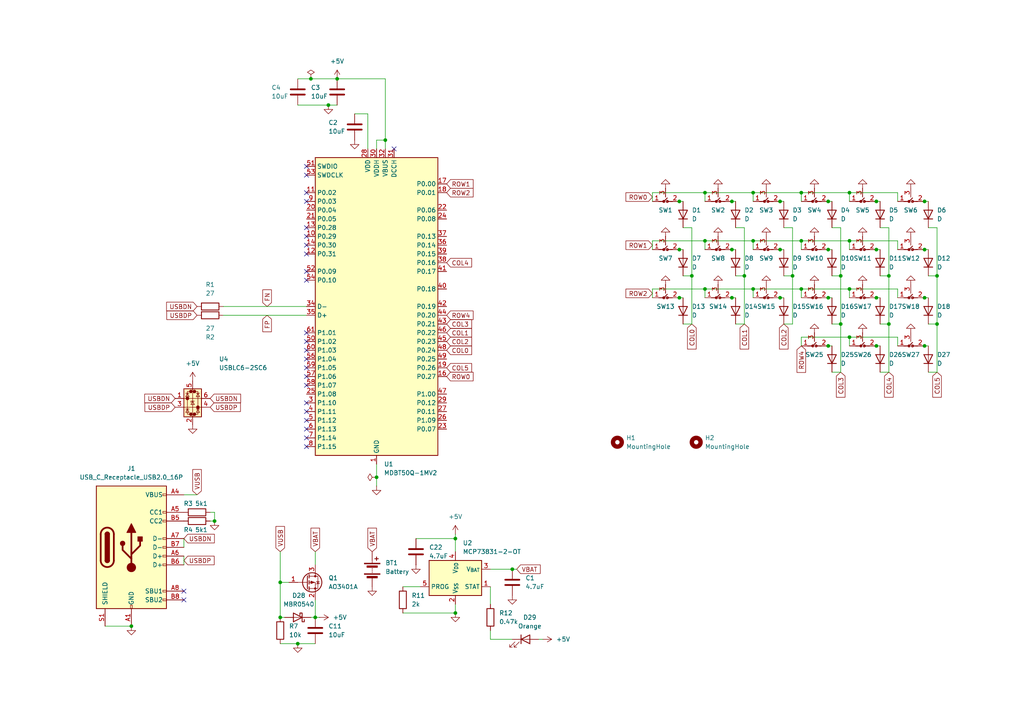
<source format=kicad_sch>
(kicad_sch (version 20250114) (generator "eeschema") (generator_version "9.0")
  (paper "A4")
  (junction (at 90.17 22.86))
  (junction (at 111.76 40.64))
  (junction (at 246.38 69.85))
  (junction (at 197.04 86.36))
  (junction (at 257.81 80.01))
  (junction (at 212.28 58.42))
  (junction (at 204.47 55.88))
  (junction (at 215.9 80.01))
  (junction (at 132.08 156.21))
  (junction (at 97.79 22.86))
  (junction (at 204.47 83.82))
  (junction (at 243.84 80.01))
  (junction (at 254.19 58.42))
  (junction (at 271.78 80.01))
  (junction (at 218.44 69.85))
  (junction (at 132.08 177.8))
  (junction (at 81.28 179.07))
  (junction (at 268.16 58.42))
  (junction (at 197.04 58.42))
  (junction (at 268.16 72.39))
  (junction (at 254.19 72.39))
  (junction (at 62.23 151.13))
  (junction (at 268.16 86.36))
  (junction (at 246.38 97.79))
  (junction (at 218.44 83.82))
  (junction (at 232.41 69.85))
  (junction (at 240.22 58.42))
  (junction (at 240.22 86.36))
  (junction (at 240.22 100.33))
  (junction (at 232.41 55.88))
  (junction (at 271.78 93.98))
  (junction (at 254.19 86.36))
  (junction (at 218.44 55.88))
  (junction (at 246.38 83.82))
  (junction (at 204.47 69.85))
  (junction (at 268.16 100.33))
  (junction (at 197.04 72.39))
  (junction (at 81.28 168.91))
  (junction (at 232.41 83.82))
  (junction (at 91.44 179.07))
  (junction (at 148.59 165.1))
  (junction (at 246.38 55.88))
  (junction (at 240.22 72.39))
  (junction (at 243.84 93.98))
  (junction (at 226.25 58.42))
  (junction (at 257.81 93.98))
  (junction (at 254.19 100.33))
  (junction (at 200.66 80.01))
  (junction (at 212.28 72.39))
  (junction (at 229.87 80.01))
  (junction (at 109.22 138.43))
  (junction (at 38.1 181.61))
  (junction (at 226.25 86.36))
  (junction (at 95.25 30.48))
  (junction (at 212.28 86.36))
  (junction (at 86.36 186.69))
  (junction (at 226.25 72.39))
  (no_connect (at 88.9 55.88))
  (no_connect (at 53.34 171.45))
  (no_connect (at 53.34 173.99))
  (no_connect (at 88.9 124.46))
  (no_connect (at 88.9 106.68))
  (no_connect (at 88.9 66.04))
  (no_connect (at 88.9 111.76))
  (no_connect (at 88.9 73.66))
  (no_connect (at 88.9 104.14))
  (no_connect (at 88.9 48.26))
  (no_connect (at 88.9 109.22))
  (no_connect (at 88.9 50.8))
  (no_connect (at 88.9 119.38))
  (no_connect (at 88.9 116.84))
  (no_connect (at 88.9 121.92))
  (no_connect (at 88.9 101.6))
  (no_connect (at 88.9 81.28))
  (no_connect (at 88.9 71.12))
  (no_connect (at 88.9 127))
  (no_connect (at 114.3 43.18))
  (no_connect (at 88.9 78.74))
  (no_connect (at 88.9 68.58))
  (no_connect (at 88.9 129.54))
  (no_connect (at 88.9 96.52))
  (no_connect (at 88.9 99.06))
  (no_connect (at 88.9 58.42))
  (wire (pts (xy 246.38 55.88) (xy 246.38 58.42)))
  (wire (pts (xy 257.81 93.98) (xy 255.27 93.98)))
  (wire (pts (xy 227.33 93.98) (xy 229.87 93.98)))
  (wire (pts (xy 218.44 69.85) (xy 218.44 72.39)))
  (wire (pts (xy 243.84 93.98) (xy 241.3 93.98)))
  (wire (pts (xy 243.84 93.98) (xy 243.84 107.95)))
  (wire (pts (xy 204.47 55.88) (xy 204.47 58.42)))
  (wire (pts (xy 240.22 100.33) (xy 241.3 100.33)))
  (wire (pts (xy 240.22 58.42) (xy 241.3 58.42)))
  (wire (pts (xy 240.03 72.39) (xy 240.22 72.39)))
  (wire (pts (xy 240.03 86.36) (xy 240.22 86.36)))
  (wire (pts (xy 255.27 66.04) (xy 257.81 66.04)))
  (wire (pts (xy 109.22 138.43) (xy 109.22 134.62)))
  (wire (pts (xy 260.35 97.79) (xy 260.35 100.33)))
  (wire (pts (xy 232.41 97.79) (xy 246.38 97.79)))
  (wire (pts (xy 267.97 58.42) (xy 268.16 58.42)))
  (wire (pts (xy 30.48 181.61) (xy 38.1 181.61)))
  (wire (pts (xy 213.36 80.01) (xy 215.9 80.01)))
  (wire (pts (xy 240.22 86.36) (xy 241.3 86.36)))
  (wire (pts (xy 232.41 55.88) (xy 246.38 55.88)))
  (wire (pts (xy 142.24 170.18) (xy 142.24 175.26)))
  (wire (pts (xy 254.19 86.36) (xy 255.27 86.36)))
  (wire (pts (xy 204.47 69.85) (xy 204.47 72.39)))
  (wire (pts (xy 269.24 93.98) (xy 271.78 93.98)))
  (wire (pts (xy 200.66 80.01) (xy 198.12 80.01)))
  (wire (pts (xy 243.84 107.95) (xy 241.3 107.95)))
  (wire (pts (xy 254.19 100.33) (xy 255.27 100.33)))
  (wire (pts (xy 232.41 83.82) (xy 246.38 83.82)))
  (wire (pts (xy 64.77 88.9) (xy 88.9 88.9)))
  (wire (pts (xy 218.44 69.85) (xy 232.41 69.85)))
  (wire (pts (xy 81.28 160.02) (xy 81.28 168.91)))
  (wire (pts (xy 229.87 66.04) (xy 227.33 66.04)))
  (wire (pts (xy 260.35 55.88) (xy 260.35 58.42)))
  (wire (pts (xy 189.23 69.85) (xy 204.47 69.85)))
  (wire (pts (xy 226.25 86.36) (xy 227.33 86.36)))
  (wire (pts (xy 218.44 83.82) (xy 218.44 86.36)))
  (wire (pts (xy 218.44 83.82) (xy 232.41 83.82)))
  (wire (pts (xy 132.08 156.21) (xy 132.08 160.02)))
  (wire (pts (xy 197.04 86.36) (xy 198.12 86.36)))
  (wire (pts (xy 268.16 100.33) (xy 269.24 100.33)))
  (wire (pts (xy 218.44 55.88) (xy 232.41 55.88)))
  (wire (pts (xy 189.23 55.88) (xy 204.47 55.88)))
  (wire (pts (xy 142.24 185.42) (xy 148.59 185.42)))
  (wire (pts (xy 246.38 69.85) (xy 246.38 72.39)))
  (wire (pts (xy 232.41 69.85) (xy 232.41 72.39)))
  (wire (pts (xy 269.24 80.01) (xy 271.78 80.01)))
  (wire (pts (xy 64.77 91.44) (xy 88.9 91.44)))
  (wire (pts (xy 86.36 30.48) (xy 95.25 30.48)))
  (wire (pts (xy 243.84 66.04) (xy 243.84 80.01)))
  (wire (pts (xy 215.9 66.04) (xy 215.9 80.01)))
  (wire (pts (xy 109.22 140.97) (xy 109.22 138.43)))
  (wire (pts (xy 215.9 80.01) (xy 215.9 93.98)))
  (wire (pts (xy 53.34 161.29) (xy 53.34 163.83)))
  (wire (pts (xy 240.03 58.42) (xy 240.22 58.42)))
  (wire (pts (xy 254 72.39) (xy 254.19 72.39)))
  (wire (pts (xy 212.09 86.36) (xy 212.28 86.36)))
  (wire (pts (xy 271.78 93.98) (xy 271.78 107.95)))
  (wire (pts (xy 111.76 22.86) (xy 111.76 40.64)))
  (wire (pts (xy 267.97 72.39) (xy 268.16 72.39)))
  (wire (pts (xy 200.66 93.98) (xy 198.12 93.98)))
  (wire (pts (xy 212.28 86.36) (xy 213.36 86.36)))
  (wire (pts (xy 97.79 22.86) (xy 111.76 22.86)))
  (wire (pts (xy 132.08 177.8) (xy 132.08 175.26)))
  (wire (pts (xy 106.68 33.02) (xy 102.87 33.02)))
  (wire (pts (xy 246.38 97.79) (xy 260.35 97.79)))
  (wire (pts (xy 271.78 107.95) (xy 269.24 107.95)))
  (wire (pts (xy 240.03 100.33) (xy 240.22 100.33)))
  (wire (pts (xy 197.04 58.42) (xy 198.12 58.42)))
  (wire (pts (xy 111.76 40.64) (xy 111.76 43.18)))
  (wire (pts (xy 197.04 72.39) (xy 198.12 72.39)))
  (wire (pts (xy 268.16 58.42) (xy 269.24 58.42)))
  (wire (pts (xy 268.16 86.36) (xy 269.24 86.36)))
  (wire (pts (xy 226.06 72.39) (xy 226.25 72.39)))
  (wire (pts (xy 260.35 83.82) (xy 260.35 86.36)))
  (wire (pts (xy 246.38 83.82) (xy 260.35 83.82)))
  (wire (pts (xy 243.84 80.01) (xy 241.3 80.01)))
  (wire (pts (xy 62.23 151.13) (xy 60.96 151.13)))
  (wire (pts (xy 189.23 58.42) (xy 189.23 55.88)))
  (wire (pts (xy 148.59 165.1) (xy 149.86 165.1)))
  (wire (pts (xy 271.78 66.04) (xy 271.78 80.01)))
  (wire (pts (xy 212.09 58.42) (xy 212.28 58.42)))
  (wire (pts (xy 226.06 58.42) (xy 226.25 58.42)))
  (wire (pts (xy 91.44 173.99) (xy 91.44 179.07)))
  (wire (pts (xy 132.08 154.94) (xy 132.08 156.21)))
  (wire (pts (xy 196.85 72.39) (xy 197.04 72.39)))
  (wire (pts (xy 232.41 69.85) (xy 246.38 69.85)))
  (wire (pts (xy 142.24 182.88) (xy 142.24 185.42)))
  (wire (pts (xy 255.27 80.01) (xy 257.81 80.01)))
  (wire (pts (xy 212.28 72.39) (xy 213.36 72.39)))
  (wire (pts (xy 196.85 58.42) (xy 197.04 58.42)))
  (wire (pts (xy 257.81 93.98) (xy 257.81 107.95)))
  (wire (pts (xy 229.87 93.98) (xy 229.87 80.01)))
  (wire (pts (xy 62.23 148.59) (xy 62.23 151.13)))
  (wire (pts (xy 229.87 80.01) (xy 229.87 66.04)))
  (wire (pts (xy 196.85 86.36) (xy 197.04 86.36)))
  (wire (pts (xy 109.22 40.64) (xy 111.76 40.64)))
  (wire (pts (xy 106.68 43.18) (xy 106.68 33.02)))
  (wire (pts (xy 218.44 55.88) (xy 218.44 58.42)))
  (wire (pts (xy 246.38 55.88) (xy 260.35 55.88)))
  (wire (pts (xy 257.81 80.01) (xy 257.81 93.98)))
  (wire (pts (xy 81.28 168.91) (xy 81.28 179.07)))
  (wire (pts (xy 213.36 93.98) (xy 215.9 93.98)))
  (wire (pts (xy 116.84 177.8) (xy 132.08 177.8)))
  (wire (pts (xy 189.23 72.39) (xy 189.23 69.85)))
  (wire (pts (xy 254 86.36) (xy 254.19 86.36)))
  (wire (pts (xy 226.25 72.39) (xy 227.33 72.39)))
  (wire (pts (xy 60.96 148.59) (xy 62.23 148.59)))
  (wire (pts (xy 57.15 143.51) (xy 53.34 143.51)))
  (wire (pts (xy 246.38 97.79) (xy 246.38 100.33)))
  (wire (pts (xy 254.19 58.42) (xy 255.27 58.42)))
  (wire (pts (xy 91.44 160.02) (xy 91.44 163.83)))
  (wire (pts (xy 204.47 69.85) (xy 218.44 69.85)))
  (wire (pts (xy 92.71 179.07) (xy 91.44 179.07)))
  (wire (pts (xy 116.84 170.18) (xy 121.92 170.18)))
  (wire (pts (xy 229.87 80.01) (xy 227.33 80.01)))
  (wire (pts (xy 200.66 80.01) (xy 200.66 93.98)))
  (wire (pts (xy 120.65 156.21) (xy 132.08 156.21)))
  (wire (pts (xy 243.84 80.01) (xy 243.84 93.98)))
  (wire (pts (xy 246.38 83.82) (xy 246.38 86.36)))
  (wire (pts (xy 90.17 22.86) (xy 97.79 22.86)))
  (wire (pts (xy 226.06 86.36) (xy 226.25 86.36)))
  (wire (pts (xy 198.12 66.04) (xy 200.66 66.04)))
  (wire (pts (xy 257.81 66.04) (xy 257.81 80.01)))
  (wire (pts (xy 241.3 66.04) (xy 243.84 66.04)))
  (wire (pts (xy 213.36 66.04) (xy 215.9 66.04)))
  (wire (pts (xy 86.36 186.69) (xy 91.44 186.69)))
  (wire (pts (xy 204.47 83.82) (xy 204.47 86.36)))
  (wire (pts (xy 232.41 55.88) (xy 232.41 58.42)))
  (wire (pts (xy 81.28 186.69) (xy 86.36 186.69)))
  (wire (pts (xy 269.24 66.04) (xy 271.78 66.04)))
  (wire (pts (xy 142.24 165.1) (xy 148.59 165.1)))
  (wire (pts (xy 246.38 69.85) (xy 260.35 69.85)))
  (wire (pts (xy 226.25 58.42) (xy 227.33 58.42)))
  (wire (pts (xy 95.25 30.48) (xy 97.79 30.48)))
  (wire (pts (xy 109.22 40.64) (xy 109.22 43.18)))
  (wire (pts (xy 189.23 86.36) (xy 189.23 83.82)))
  (wire (pts (xy 212.28 58.42) (xy 213.36 58.42)))
  (wire (pts (xy 86.36 22.86) (xy 90.17 22.86)))
  (wire (pts (xy 157.48 185.42) (xy 156.21 185.42)))
  (wire (pts (xy 232.41 83.82) (xy 232.41 86.36)))
  (wire (pts (xy 257.81 107.95) (xy 255.27 107.95)))
  (wire (pts (xy 271.78 80.01) (xy 271.78 93.98)))
  (wire (pts (xy 212.09 72.39) (xy 212.28 72.39)))
  (wire (pts (xy 260.35 69.85) (xy 260.35 72.39)))
  (wire (pts (xy 204.47 83.82) (xy 218.44 83.82)))
  (wire (pts (xy 254.19 72.39) (xy 255.27 72.39)))
  (wire (pts (xy 232.41 97.79) (xy 232.41 100.33)))
  (wire (pts (xy 254 58.42) (xy 254.19 58.42)))
  (wire (pts (xy 91.44 179.07) (xy 90.17 179.07)))
  (wire (pts (xy 53.34 156.21) (xy 53.34 158.75)))
  (wire (pts (xy 81.28 168.91) (xy 83.82 168.91)))
  (wire (pts (xy 204.47 55.88) (xy 218.44 55.88)))
  (wire (pts (xy 200.66 66.04) (xy 200.66 80.01)))
  (wire (pts (xy 81.28 179.07) (xy 82.55 179.07)))
  (wire (pts (xy 267.97 100.33) (xy 268.16 100.33)))
  (wire (pts (xy 267.97 86.36) (xy 268.16 86.36)))
  (wire (pts (xy 254 100.33) (xy 254.19 100.33)))
  (wire (pts (xy 189.23 83.82) (xy 204.47 83.82)))
  (wire (pts (xy 240.22 72.39) (xy 241.3 72.39)))
  (wire (pts (xy 268.16 72.39) (xy 269.24 72.39)))
  (global_label "USBDN" (shape input) (at 60.96 115.57 0) (property "Intersheetrefs" "${INTERSHEET_REFS}" (effects (hide yes))))
  (global_label "ROW2" (shape input) (at 189.23 85.09 180) (property "Intersheetrefs" "${INTERSHEET_REFS}" (effects (hide yes))))
  (global_label "COL4" (shape input) (at 129.54 76.2 0) (property "Intersheetrefs" "${INTERSHEET_REFS}" (effects (hide yes))))
  (global_label "USBDP" (shape input) (at 50.8 118.11 180) (property "Intersheetrefs" "${INTERSHEET_REFS}" (effects (hide yes))))
  (global_label "COL5" (shape input) (at 271.78 107.95 270) (property "Intersheetrefs" "${INTERSHEET_REFS}" (effects (hide yes))))
  (global_label "COL0" (shape input) (at 200.66 93.98 270) (property "Intersheetrefs" "${INTERSHEET_REFS}" (effects (hide yes))))
  (global_label "COL0" (shape input) (at 129.54 101.6 0) (property "Intersheetrefs" "${INTERSHEET_REFS}" (effects (hide yes))))
  (global_label "USBDN" (shape input) (at 57.15 88.9 180) (property "Intersheetrefs" "${INTERSHEET_REFS}" (effects (hide yes))))
  (global_label "VBAT" (shape input) (at 149.86 165.1 0) (property "Intersheetrefs" "${INTERSHEET_REFS}" (effects (hide yes))))
  (global_label "COL1" (shape input) (at 215.9 93.98 270) (property "Intersheetrefs" "${INTERSHEET_REFS}" (effects (hide yes))))
  (global_label "ROW4" (shape input) (at 232.41 100.33 270) (property "Intersheetrefs" "${INTERSHEET_REFS}" (effects (hide yes))))
  (global_label "FN" (shape input) (at 77.47 88.9 90) (property "Intersheetrefs" "${INTERSHEET_REFS}" (effects (hide yes))))
  (global_label "COL1" (shape input) (at 129.54 96.52 0) (property "Intersheetrefs" "${INTERSHEET_REFS}" (effects (hide yes))))
  (global_label "VBAT" (shape input) (at 91.44 160.02 90) (property "Intersheetrefs" "${INTERSHEET_REFS}" (effects (hide yes))))
  (global_label "USBDP" (shape input) (at 53.34 162.56 0) (property "Intersheetrefs" "${INTERSHEET_REFS}" (effects (hide yes))))
  (global_label "COL5" (shape input) (at 129.54 106.68 0) (property "Intersheetrefs" "${INTERSHEET_REFS}" (effects (hide yes))))
  (global_label "USBDN" (shape input) (at 50.8 115.57 180) (property "Intersheetrefs" "${INTERSHEET_REFS}" (effects (hide yes))))
  (global_label "ROW0" (shape input) (at 189.23 57.15 180) (property "Intersheetrefs" "${INTERSHEET_REFS}" (effects (hide yes))))
  (global_label "COL4" (shape input) (at 257.81 107.95 270) (property "Intersheetrefs" "${INTERSHEET_REFS}" (effects (hide yes))))
  (global_label "COL2" (shape input) (at 227.33 93.98 270) (property "Intersheetrefs" "${INTERSHEET_REFS}" (effects (hide yes))))
  (global_label "FP" (shape input) (at 77.47 91.44 270) (property "Intersheetrefs" "${INTERSHEET_REFS}" (effects (hide yes))))
  (global_label "ROW1" (shape input) (at 129.54 53.34 0) (property "Intersheetrefs" "${INTERSHEET_REFS}" (effects (hide yes))))
  (global_label "VUSB" (shape input) (at 57.15 143.51 90) (property "Intersheetrefs" "${INTERSHEET_REFS}" (effects (hide yes))))
  (global_label "COL3" (shape input) (at 129.54 93.98 0) (property "Intersheetrefs" "${INTERSHEET_REFS}" (effects (hide yes))))
  (global_label "USBDN" (shape input) (at 53.34 156.21 0) (property "Intersheetrefs" "${INTERSHEET_REFS}" (effects (hide yes))))
  (global_label "COL3" (shape input) (at 243.84 107.95 270) (property "Intersheetrefs" "${INTERSHEET_REFS}" (effects (hide yes))))
  (global_label "VBAT" (shape input) (at 107.95 160.02 90) (property "Intersheetrefs" "${INTERSHEET_REFS}" (effects (hide yes))))
  (global_label "VUSB" (shape input) (at 81.28 160.02 90) (property "Intersheetrefs" "${INTERSHEET_REFS}" (effects (hide yes))))
  (global_label "ROW0" (shape input) (at 129.54 109.22 0) (property "Intersheetrefs" "${INTERSHEET_REFS}" (effects (hide yes))))
  (global_label "USBDP" (shape input) (at 57.15 91.44 180) (property "Intersheetrefs" "${INTERSHEET_REFS}" (effects (hide yes))))
  (global_label "COL2" (shape input) (at 129.54 99.06 0) (property "Intersheetrefs" "${INTERSHEET_REFS}" (effects (hide yes))))
  (global_label "USBDP" (shape input) (at 60.96 118.11 0) (property "Intersheetrefs" "${INTERSHEET_REFS}" (effects (hide yes))))
  (global_label "ROW1" (shape input) (at 189.23 71.12 180) (property "Intersheetrefs" "${INTERSHEET_REFS}" (effects (hide yes))))
  (global_label "ROW4" (shape input) (at 129.54 91.44 0) (property "Intersheetrefs" "${INTERSHEET_REFS}" (effects (hide yes))))
  (global_label "ROW2" (shape input) (at 129.54 55.88 0) (property "Intersheetrefs" "${INTERSHEET_REFS}" (effects (hide yes))))
  (symbol (lib_id "Device:Battery") (at 107.95 165.1 0) (unit 1)
    (property "Reference" "BT1" (at 111.76 163.2584 0) (effects (justify left)))
    (property "Value" "Battery" (at 111.76 165.7984 0) (effects (justify left)))
    (property "Footprint" "Connector_JST:JST_PH_S2B-PH-K_1x02_P2.00mm_Horizontal" (effects (hide yes)))
    (property "Description" "Multiple-cell battery" (effects (hide yes)))
  )
  (symbol (lib_id "Connector:USB_C_Receptacle_USB2.0_16P") (at 38.1 158.75 0) (unit 1)
    (property "Reference" "J1" (at 38.1 135.89 0))
    (property "Value" "USB_C_Receptacle_USB2.0_16P" (at 38.1 138.43 0))
    (property "Footprint" "Connector_USB:USB_C_Receptacle_G-Switch_GT-USB-7010ASV" (effects (hide yes)))
    (property "Datasheet" "https://www.usb.org/sites/default/files/documents/usb_type-c.zip" (effects (hide yes)))
    (property "Description" "USB 2.0-only 16P Type-C Receptacle connector" (effects (hide yes)))
    (property "LCSC" "C67380" (effects (hide yes)))
  )
  (symbol (lib_id "Device:D") (at 213.36 62.23 90) (unit 1)
    (property "Reference" "D2" (at 215.9 60.9599 90) (effects (justify right)))
    (property "Value" "D" (at 215.9 63.4999 90) (effects (justify right)))
    (property "Footprint" "ScottoKeebs_Components:Diode_SOD-123" (effects (hide yes)))
    (property "Description" "Diode" (effects (hide yes)))
    (property "Sim.Device" "D" (effects (hide yes)))
    (property "Sim.Pins" "1=K 2=A" (effects (hide yes)))
    (property "LCSC" "C81598" (effects (hide yes)))
  )
  (symbol (lib_id "PG1316:SW_Push_3pin_GND") (at 193.04 86.36 0) (unit 1)
    (property "Reference" "SW13" (at 193.04 88.9 0))
    (property "Value" "SW_Push_3pin_GND" (effects (hide yes)))
    (property "Footprint" "PG1316S:CPG1316S01D02_kailhspecsheet_mikefive" (effects (hide yes)))
  )
  (symbol (lib_id "power:PWR_FLAG") (at 90.17 22.86 0) (unit 1)
    (property "Reference" "#FLG01" (effects (hide yes)))
    (property "Value" "PWR_FLAG" (effects (hide yes)))
    (property "Description" "Special symbol for telling ERC where power comes from" (effects (hide yes)))
  )
  (symbol (lib_id "Device:D") (at 198.12 62.23 90) (unit 1)
    (property "Reference" "D1" (at 200.66 60.9599 90) (effects (justify right)))
    (property "Value" "D" (at 200.66 63.4999 90) (effects (justify right)))
    (property "Footprint" "ScottoKeebs_Components:Diode_SOD-123" (effects (hide yes)))
    (property "Description" "Diode" (effects (hide yes)))
    (property "Sim.Device" "D" (effects (hide yes)))
    (property "Sim.Pins" "1=K 2=A" (effects (hide yes)))
    (property "LCSC" "C81598" (effects (hide yes)))
  )
  (symbol (lib_id "power:GND") (at 132.08 177.8 0) (unit 1)
    (property "Reference" "#PWR045" (effects (hide yes)))
    (property "Value" "GND" (effects (hide yes)))
    (property "Description" "Power symbol creates a global label with name \"GND\" , ground" (effects (hide yes)))
  )
  (symbol (lib_id "Device:R") (at 57.15 148.59 270) (unit 1)
    (property "Reference" "R3" (at 54.61 146.05 90))
    (property "Value" "5k1" (at 58.42 146.05 90))
    (property "Footprint" "Resistor_SMD:R_0603_1608Metric" (effects (hide yes)))
    (property "Description" "Resistor" (effects (hide yes)))
    (property "LCSC" "C23186" (effects (hide yes)))
  )
  (symbol (lib_id "PG1316:SW_Push_3pin_GND") (at 222.25 58.42 0) (unit 1)
    (property "Reference" "SW3" (at 222.25 60.96 0))
    (property "Value" "SW_Push_3pin_GND" (effects (hide yes)))
    (property "Footprint" "PG1316S:CPG1316S01D02_kailhspecsheet_mikefive" (effects (hide yes)))
  )
  (symbol (lib_id "Device:C") (at 91.44 182.88 0) (unit 1)
    (property "Reference" "C11" (at 95.25 181.6099 0) (effects (justify left)))
    (property "Value" "10uF" (at 95.25 184.1499 0) (effects (justify left)))
    (property "Footprint" "Capacitor_SMD:C_0603_1608Metric" (effects (hide yes)))
    (property "Description" "Unpolarized capacitor" (effects (hide yes)))
    (property "LCSC" "C19702" (effects (hide yes)))
  )
  (symbol (lib_id "power:GND") (at 222.25 82.55 180) (unit 1)
    (property "Reference" "#PWR017" (effects (hide yes)))
    (property "Value" "GND" (effects (hide yes)))
    (property "Description" "Power symbol creates a global label with name \"GND\" , ground" (effects (hide yes)))
  )
  (symbol (lib_id "power:+5V") (at 92.71 179.07 270) (unit 1)
    (property "Reference" "#PWR036" (effects (hide yes)))
    (property "Value" "+5V" (at 96.52 179.0699 90) (effects (justify left)))
    (property "Description" "Power symbol creates a global label with name \"+5V\"" (effects (hide yes)))
  )
  (symbol (lib_id "PG1316:SW_Push_3pin_GND") (at 236.22 86.36 0) (unit 1)
    (property "Reference" "SW16" (at 236.22 88.9 0))
    (property "Value" "SW_Push_3pin_GND" (effects (hide yes)))
    (property "Footprint" "PG1316S:CPG1316S01D02_kailhspecsheet_mikefive" (effects (hide yes)))
  )
  (symbol (lib_id "power:GND") (at 264.16 68.58 180) (unit 1)
    (property "Reference" "#PWR014" (effects (hide yes)))
    (property "Value" "GND" (effects (hide yes)))
    (property "Description" "Power symbol creates a global label with name \"GND\" , ground" (effects (hide yes)))
  )
  (symbol (lib_id "Device:R") (at 81.28 182.88 0) (unit 1)
    (property "Reference" "R7" (at 83.82 181.6099 0) (effects (justify left)))
    (property "Value" "10k" (at 83.82 184.1499 0) (effects (justify left)))
    (property "Footprint" "Resistor_SMD:R_0603_1608Metric" (effects (hide yes)))
    (property "Description" "Resistor" (effects (hide yes)))
    (property "LCSC" "C25804" (effects (hide yes)))
  )
  (symbol (lib_id "Diode:MBR0540") (at 86.36 179.07 180) (unit 1)
    (property "Reference" "D28" (at 86.6775 172.72 0))
    (property "Value" "MBR0540" (at 86.6775 175.26 0))
    (property "Footprint" "Diode_SMD:D_SOD-123" (effects (hide yes)))
    (property "Datasheet" "http://www.mccsemi.com/up_pdf/MBR0520~MBR0580(SOD123).pdf" (effects (hide yes)))
    (property "Description" "40V 0.5A Schottky Power Rectifier Diode, SOD-123" (effects (hide yes)))
    (property "LCSC" "C77337" (effects (hide yes)))
  )
  (symbol (lib_id "power:GND") (at 38.1 181.61 0) (unit 1)
    (property "Reference" "#PWR01" (effects (hide yes)))
    (property "Value" "GND" (effects (hide yes)))
    (property "Description" "Power symbol creates a global label with name \"GND\" , ground" (effects (hide yes)))
  )
  (symbol (lib_name "LED_1") (lib_id "Device:LED") (at 152.4 185.42 0) (unit 1)
    (property "Reference" "D29" (at 153.67 179.07 0))
    (property "Value" "Orange" (at 153.67 181.61 0))
    (property "Footprint" "LED_SMD:LED_0805_2012Metric" (effects (hide yes)))
    (property "Description" "Light emitting diode" (effects (hide yes)))
    (property "Sim.Pins" "1=K 2=A" (effects (hide yes)))
    (property "LCSC" "C434437" (effects (hide yes)))
  )
  (symbol (lib_id "Battery_Management:MCP73831-2-OT") (at 132.08 167.64 0) (unit 1)
    (property "Reference" "U2" (at 134.2233 157.48 0) (effects (justify left)))
    (property "Value" "MCP73831-2-OT" (at 134.2233 160.02 0) (effects (justify left)))
    (property "Footprint" "Package_TO_SOT_SMD:SOT-23-5" (effects (hide yes)))
    (property "Datasheet" "http://ww1.microchip.com/downloads/en/DeviceDoc/20001984g.pdf" (effects (hide yes)))
    (property "Description" "Single cell, Li-Ion/Li-Po charge management controller, 4.20V, Tri-State Status Output, in SOT23-5 package" (effects (hide yes)))
    (property "LCSC" "C14879" (effects (hide yes)))
  )
  (symbol (lib_id "power:+5V") (at 132.08 154.94 0) (unit 1)
    (property "Reference" "#PWR046" (effects (hide yes)))
    (property "Value" "+5V" (at 132.08 149.86 0))
    (property "Description" "Power symbol creates a global label with name \"+5V\"" (effects (hide yes)))
  )
  (symbol (lib_id "power:GND") (at 193.04 54.61 180) (unit 1)
    (property "Reference" "#PWR03" (effects (hide yes)))
    (property "Value" "GND" (effects (hide yes)))
    (property "Description" "Power symbol creates a global label with name \"GND\" , ground" (effects (hide yes)))
  )
  (symbol (lib_id "PG1316:SW_Push_3pin_GND") (at 264.16 72.39 0) (unit 1)
    (property "Reference" "SW12" (at 264.16 74.93 0))
    (property "Value" "SW_Push_3pin_GND" (effects (hide yes)))
    (property "Footprint" "PG1316S:CPG1316S01D02_kailhspecsheet_mikefive" (effects (hide yes)))
  )
  (symbol (lib_id "PG1316:SW_Push_3pin_GND") (at 236.22 72.39 0) (unit 1)
    (property "Reference" "SW10" (at 236.22 74.93 0))
    (property "Value" "SW_Push_3pin_GND" (effects (hide yes)))
    (property "Footprint" "PG1316S:CPG1316S01D02_kailhspecsheet_mikefive" (effects (hide yes)))
  )
  (symbol (lib_id "Device:R") (at 60.96 91.44 90) (unit 1)
    (property "Reference" "R2" (at 60.96 97.79 90))
    (property "Value" "27" (at 60.96 95.25 90))
    (property "Footprint" "Resistor_SMD:R_0402_1005Metric" (effects (hide yes)))
    (property "Description" "Resistor" (effects (hide yes)))
    (property "LCSC" "C25100" (effects (hide yes)))
  )
  (symbol (lib_id "power:GND") (at 236.22 82.55 180) (unit 1)
    (property "Reference" "#PWR018" (effects (hide yes)))
    (property "Value" "GND" (effects (hide yes)))
    (property "Description" "Power symbol creates a global label with name \"GND\" , ground" (effects (hide yes)))
  )
  (symbol (lib_id "power:GND") (at 236.22 68.58 180) (unit 1)
    (property "Reference" "#PWR012" (effects (hide yes)))
    (property "Value" "GND" (effects (hide yes)))
    (property "Description" "Power symbol creates a global label with name \"GND\" , ground" (effects (hide yes)))
  )
  (symbol (lib_id "power:GND") (at 62.23 151.13 0) (unit 1)
    (property "Reference" "#PWR02" (effects (hide yes)))
    (property "Value" "GND" (effects (hide yes)))
    (property "Description" "Power symbol creates a global label with name \"GND\" , ground" (effects (hide yes)))
  )
  (symbol (lib_id "RF_Module:MDBT50Q-1MV2") (at 109.22 88.9 0) (unit 1)
    (property "Reference" "U1" (at 111.3633 134.62 0) (effects (justify left)))
    (property "Value" "MDBT50Q-1MV2" (at 111.3633 137.16 0) (effects (justify left)))
    (property "Footprint" "RF_Module:Raytac_MDBT50Q" (effects (hide yes)))
    (property "Datasheet" "https://www.raytac.com/download/index.php?index_id=43" (effects (hide yes)))
    (property "Description" "Multiprotocol BLE/ANT/2.4 GHz/802.15.4 Cortex-M4F SoC, nRF52840 module" (effects (hide yes)))
  )
  (symbol (lib_id "PG1316:SW_Push_3pin_GND") (at 250.19 86.36 0) (unit 1)
    (property "Reference" "SW17" (at 250.19 88.9 0))
    (property "Value" "SW_Push_3pin_GND" (effects (hide yes)))
    (property "Footprint" "PG1316S:CPG1316S01D02_kailhspecsheet_mikefive" (effects (hide yes)))
  )
  (symbol (lib_id "Device:D") (at 227.33 76.2 90) (unit 1)
    (property "Reference" "D9" (at 229.87 74.9299 90) (effects (justify right)))
    (property "Value" "D" (at 229.87 77.4699 90) (effects (justify right)))
    (property "Footprint" "ScottoKeebs_Components:Diode_SOD-123" (effects (hide yes)))
    (property "Description" "Diode" (effects (hide yes)))
    (property "Sim.Device" "D" (effects (hide yes)))
    (property "Sim.Pins" "1=K 2=A" (effects (hide yes)))
    (property "LCSC" "C81598" (effects (hide yes)))
  )
  (symbol (lib_id "Mechanical:MountingHole") (at 201.93 128.27 0) (unit 1) (in_bom no)
    (property "Reference" "H2" (at 204.47 126.9999 0) (effects (justify left)))
    (property "Value" "MountingHole" (at 204.47 129.5399 0) (effects (justify left)))
    (property "Footprint" "MountingHole:MountingHole_2.7mm_M2.5" (effects (hide yes)))
    (property "Description" "Mounting Hole without connection" (effects (hide yes)))
  )
  (symbol (lib_id "Device:D") (at 213.36 76.2 90) (unit 1)
    (property "Reference" "D8" (at 215.9 74.9299 90) (effects (justify right)))
    (property "Value" "D" (at 215.9 77.4699 90) (effects (justify right)))
    (property "Footprint" "ScottoKeebs_Components:Diode_SOD-123" (effects (hide yes)))
    (property "Description" "Diode" (effects (hide yes)))
    (property "Sim.Device" "D" (effects (hide yes)))
    (property "Sim.Pins" "1=K 2=A" (effects (hide yes)))
    (property "LCSC" "C81598" (effects (hide yes)))
  )
  (symbol (lib_id "Device:R") (at 116.84 173.99 0) (unit 1)
    (property "Reference" "R11" (at 119.38 172.7199 0) (effects (justify left)))
    (property "Value" "2k" (at 119.38 175.2599 0) (effects (justify left)))
    (property "Footprint" "Resistor_SMD:R_0603_1608Metric" (effects (hide yes)))
    (property "Description" "Resistor" (effects (hide yes)))
    (property "LCSC" "C22975" (effects (hide yes)))
  )
  (symbol (lib_id "power:GND") (at 120.65 163.83 0) (unit 1)
    (property "Reference" "#PWR052" (effects (hide yes)))
    (property "Value" "GND" (effects (hide yes)))
    (property "Description" "Power symbol creates a global label with name \"GND\" , ground" (effects (hide yes)))
  )
  (symbol (lib_id "PG1316:SW_Push_3pin_GND") (at 193.04 58.42 0) (unit 1)
    (property "Reference" "SW1" (at 193.04 60.96 0))
    (property "Value" "SW_Push_3pin_GND" (effects (hide yes)))
    (property "Footprint" "PG1316S:CPG1316S01D02_kailhspecsheet_mikefive" (effects (hide yes)))
  )
  (symbol (lib_id "power:GND") (at 55.88 123.19 0) (unit 1)
    (property "Reference" "#PWR030" (effects (hide yes)))
    (property "Value" "GND" (effects (hide yes)))
    (property "Description" "Power symbol creates a global label with name \"GND\" , ground" (effects (hide yes)))
  )
  (symbol (lib_id "power:GND") (at 250.19 82.55 180) (unit 1)
    (property "Reference" "#PWR019" (effects (hide yes)))
    (property "Value" "GND" (effects (hide yes)))
    (property "Description" "Power symbol creates a global label with name \"GND\" , ground" (effects (hide yes)))
  )
  (symbol (lib_id "PG1316:SW_Push_3pin_GND") (at 236.22 58.42 0) (unit 1)
    (property "Reference" "SW4" (at 236.22 60.96 0))
    (property "Value" "SW_Push_3pin_GND" (effects (hide yes)))
    (property "Footprint" "PG1316S:CPG1316S01D02_kailhspecsheet_mikefive" (effects (hide yes)))
  )
  (symbol (lib_id "power:GND") (at 264.16 82.55 180) (unit 1)
    (property "Reference" "#PWR020" (effects (hide yes)))
    (property "Value" "GND" (effects (hide yes)))
    (property "Description" "Power symbol creates a global label with name \"GND\" , ground" (effects (hide yes)))
  )
  (symbol (lib_id "PG1316:SW_Push_3pin_GND") (at 264.16 86.36 0) (unit 1)
    (property "Reference" "SW18" (at 264.16 88.9 0))
    (property "Value" "SW_Push_3pin_GND" (effects (hide yes)))
    (property "Footprint" "PG1316S:CPG1316S01D02_kailhspecsheet_mikefive" (effects (hide yes)))
  )
  (symbol (lib_id "power:GND") (at 148.59 172.72 0) (unit 1)
    (property "Reference" "#PWR044" (effects (hide yes)))
    (property "Value" "GND" (effects (hide yes)))
    (property "Description" "Power symbol creates a global label with name \"GND\" , ground" (effects (hide yes)))
  )
  (symbol (lib_id "Device:D") (at 198.12 76.2 90) (unit 1)
    (property "Reference" "D7" (at 200.66 74.9299 90) (effects (justify right)))
    (property "Value" "D" (at 200.66 77.4699 90) (effects (justify right)))
    (property "Footprint" "ScottoKeebs_Components:Diode_SOD-123" (effects (hide yes)))
    (property "Description" "Diode" (effects (hide yes)))
    (property "Sim.Device" "D" (effects (hide yes)))
    (property "Sim.Pins" "1=K 2=A" (effects (hide yes)))
    (property "LCSC" "C81598" (effects (hide yes)))
  )
  (symbol (lib_id "Power_Protection:USBLC6-2SC6") (at 55.88 115.57 0) (unit 1)
    (property "Reference" "U4" (at 63.5 104.14 0) (effects (justify left)))
    (property "Value" "USBLC6-2SC6" (at 63.5 106.68 0) (effects (justify left)))
    (property "Footprint" "Package_TO_SOT_SMD:SOT-23-6" (effects (hide yes)))
    (property "Datasheet" "https://www.st.com/resource/en/datasheet/usblc6-2.pdf" (effects (hide yes)))
    (property "Description" "Very low capacitance ESD protection diode, 2 data-line, SOT-23-6" (effects (hide yes)))
    (property "LCSC" "C5180249" (effects (hide yes)))
  )
  (symbol (lib_id "PG1316:SW_Push_3pin_GND") (at 208.28 58.42 0) (unit 1)
    (property "Reference" "SW2" (at 208.28 60.96 0))
    (property "Value" "SW_Push_3pin_GND" (effects (hide yes)))
    (property "Footprint" "PG1316S:CPG1316S01D02_kailhspecsheet_mikefive" (effects (hide yes)))
  )
  (symbol (lib_id "Device:D") (at 255.27 90.17 90) (unit 1)
    (property "Reference" "D17" (at 257.81 88.8999 90) (effects (justify right)))
    (property "Value" "D" (at 257.81 91.4399 90) (effects (justify right)))
    (property "Footprint" "ScottoKeebs_Components:Diode_SOD-123" (effects (hide yes)))
    (property "Description" "Diode" (effects (hide yes)))
    (property "Sim.Device" "D" (effects (hide yes)))
    (property "Sim.Pins" "1=K 2=A" (effects (hide yes)))
    (property "LCSC" "C81598" (effects (hide yes)))
  )
  (symbol (lib_id "Device:D") (at 241.3 76.2 90) (unit 1)
    (property "Reference" "D10" (at 243.84 74.9299 90) (effects (justify right)))
    (property "Value" "D" (at 243.84 77.4699 90) (effects (justify right)))
    (property "Footprint" "ScottoKeebs_Components:Diode_SOD-123" (effects (hide yes)))
    (property "Description" "Diode" (effects (hide yes)))
    (property "Sim.Device" "D" (effects (hide yes)))
    (property "Sim.Pins" "1=K 2=A" (effects (hide yes)))
    (property "LCSC" "C81598" (effects (hide yes)))
  )
  (symbol (lib_id "PG1316:SW_Push_3pin_GND") (at 236.22 100.33 0) (unit 1)
    (property "Reference" "SW25" (at 236.22 102.87 0))
    (property "Value" "SW_Push_3pin_GND" (effects (hide yes)))
    (property "Footprint" "PG1316S:CPG1316S01D02_kailhspecsheet_mikefive" (effects (hide yes)))
  )
  (symbol (lib_id "Device:C") (at 102.87 36.83 0) (unit 1)
    (property "Reference" "C2" (at 95.25 35.56 0) (effects (justify left)))
    (property "Value" "10uF" (at 95.25 38.1 0) (effects (justify left)))
    (property "Footprint" "Capacitor_SMD:C_0603_1608Metric" (effects (hide yes)))
    (property "Description" "Unpolarized capacitor" (effects (hide yes)))
    (property "LCSC" "C19702" (effects (hide yes)))
  )
  (symbol (lib_id "power:GND") (at 250.19 96.52 180) (unit 1)
    (property "Reference" "#PWR033" (effects (hide yes)))
    (property "Value" "GND" (effects (hide yes)))
    (property "Description" "Power symbol creates a global label with name \"GND\" , ground" (effects (hide yes)))
  )
  (symbol (lib_id "Device:C") (at 148.59 168.91 0) (unit 1)
    (property "Reference" "C1" (at 152.4 167.6399 0) (effects (justify left)))
    (property "Value" "4.7uF" (at 152.4 170.1799 0) (effects (justify left)))
    (property "Footprint" "Capacitor_SMD:C_0603_1608Metric" (effects (hide yes)))
    (property "Description" "Unpolarized capacitor" (effects (hide yes)))
    (property "LCSC" "C19666 " (effects (hide yes)))
  )
  (symbol (lib_id "power:GND") (at 264.16 54.61 180) (unit 1)
    (property "Reference" "#PWR08" (effects (hide yes)))
    (property "Value" "GND" (effects (hide yes)))
    (property "Description" "Power symbol creates a global label with name \"GND\" , ground" (effects (hide yes)))
  )
  (symbol (lib_id "Device:R") (at 60.96 88.9 90) (unit 1)
    (property "Reference" "R1" (at 60.96 82.55 90))
    (property "Value" "27" (at 60.96 85.09 90))
    (property "Footprint" "Resistor_SMD:R_0402_1005Metric" (effects (hide yes)))
    (property "Description" "Resistor" (effects (hide yes)))
    (property "LCSC" "C25100" (effects (hide yes)))
  )
  (symbol (lib_id "PG1316:SW_Push_3pin_GND") (at 264.16 100.33 0) (unit 1)
    (property "Reference" "SW27" (at 264.16 102.87 0))
    (property "Value" "SW_Push_3pin_GND" (effects (hide yes)))
    (property "Footprint" "PG1316S:CPG1316S01D02_kailhspecsheet_mikefive" (effects (hide yes)))
  )
  (symbol (lib_id "Device:R") (at 57.15 151.13 270) (unit 1)
    (property "Reference" "R4" (at 54.61 153.67 90))
    (property "Value" "5k1" (at 58.42 153.67 90))
    (property "Footprint" "Resistor_SMD:R_0603_1608Metric" (effects (hide yes)))
    (property "Description" "Resistor" (effects (hide yes)))
    (property "LCSC" "C23186" (effects (hide yes)))
  )
  (symbol (lib_id "power:GND") (at 264.16 96.52 180) (unit 1)
    (property "Reference" "#PWR034" (effects (hide yes)))
    (property "Value" "GND" (effects (hide yes)))
    (property "Description" "Power symbol creates a global label with name \"GND\" , ground" (effects (hide yes)))
  )
  (symbol (lib_id "Device:D") (at 255.27 62.23 90) (unit 1)
    (property "Reference" "D5" (at 257.81 60.9599 90) (effects (justify right)))
    (property "Value" "D" (at 257.81 63.4999 90) (effects (justify right)))
    (property "Footprint" "ScottoKeebs_Components:Diode_SOD-123" (effects (hide yes)))
    (property "Description" "Diode" (effects (hide yes)))
    (property "Sim.Device" "D" (effects (hide yes)))
    (property "Sim.Pins" "1=K 2=A" (effects (hide yes)))
    (property "LCSC" "C81598" (effects (hide yes)))
  )
  (symbol (lib_id "power:GND") (at 193.04 68.58 180) (unit 1)
    (property "Reference" "#PWR09" (effects (hide yes)))
    (property "Value" "GND" (effects (hide yes)))
    (property "Description" "Power symbol creates a global label with name \"GND\" , ground" (effects (hide yes)))
  )
  (symbol (lib_id "power:PWR_FLAG") (at 109.22 138.43 90) (unit 1)
    (property "Reference" "#FLG02" (effects (hide yes)))
    (property "Value" "PWR_FLAG" (effects (hide yes)))
    (property "Description" "Special symbol for telling ERC where power comes from" (effects (hide yes)))
  )
  (symbol (lib_id "PG1316:SW_Push_3pin_GND") (at 222.25 72.39 0) (unit 1)
    (property "Reference" "SW9" (at 222.25 74.93 0))
    (property "Value" "SW_Push_3pin_GND" (effects (hide yes)))
    (property "Footprint" "PG1316S:CPG1316S01D02_kailhspecsheet_mikefive" (effects (hide yes)))
  )
  (symbol (lib_id "power:GND") (at 193.04 82.55 180) (unit 1)
    (property "Reference" "#PWR015" (effects (hide yes)))
    (property "Value" "GND" (effects (hide yes)))
    (property "Description" "Power symbol creates a global label with name \"GND\" , ground" (effects (hide yes)))
  )
  (symbol (lib_id "Device:D") (at 269.24 90.17 90) (unit 1)
    (property "Reference" "D18" (at 271.78 88.8999 90) (effects (justify right)))
    (property "Value" "D" (at 271.78 91.4399 90) (effects (justify right)))
    (property "Footprint" "ScottoKeebs_Components:Diode_SOD-123" (effects (hide yes)))
    (property "Description" "Diode" (effects (hide yes)))
    (property "Sim.Device" "D" (effects (hide yes)))
    (property "Sim.Pins" "1=K 2=A" (effects (hide yes)))
    (property "LCSC" "C81598" (effects (hide yes)))
  )
  (symbol (lib_id "Mechanical:MountingHole") (at 179.07 128.27 0) (unit 1) (in_bom no)
    (property "Reference" "H1" (at 181.61 126.9999 0) (effects (justify left)))
    (property "Value" "MountingHole" (at 181.61 129.5399 0) (effects (justify left)))
    (property "Footprint" "MountingHole:MountingHole_2.7mm_M2.5" (effects (hide yes)))
    (property "Description" "Mounting Hole without connection" (effects (hide yes)))
  )
  (symbol (lib_id "power:GND") (at 102.87 40.64 0) (unit 1)
    (property "Reference" "#PWR028" (effects (hide yes)))
    (property "Value" "GND" (effects (hide yes)))
    (property "Description" "Power symbol creates a global label with name \"GND\" , ground" (effects (hide yes)))
  )
  (symbol (lib_id "power:GND") (at 208.28 68.58 180) (unit 1)
    (property "Reference" "#PWR010" (effects (hide yes)))
    (property "Value" "GND" (effects (hide yes)))
    (property "Description" "Power symbol creates a global label with name \"GND\" , ground" (effects (hide yes)))
  )
  (symbol (lib_id "power:GND") (at 109.22 140.97 0) (unit 1)
    (property "Reference" "#PWR027" (effects (hide yes)))
    (property "Value" "GND" (effects (hide yes)))
    (property "Description" "Power symbol creates a global label with name \"GND\" , ground" (effects (hide yes)))
  )
  (symbol (lib_id "PG1316:SW_Push_3pin_GND") (at 250.19 72.39 0) (unit 1)
    (property "Reference" "SW11" (at 250.19 74.93 0))
    (property "Value" "SW_Push_3pin_GND" (effects (hide yes)))
    (property "Footprint" "PG1316S:CPG1316S01D02_kailhspecsheet_mikefive" (effects (hide yes)))
  )
  (symbol (lib_id "power:GND") (at 208.28 54.61 180) (unit 1)
    (property "Reference" "#PWR04" (effects (hide yes)))
    (property "Value" "GND" (effects (hide yes)))
    (property "Description" "Power symbol creates a global label with name \"GND\" , ground" (effects (hide yes)))
  )
  (symbol (lib_id "power:+5V") (at 55.88 110.49 0) (unit 1)
    (property "Reference" "#PWR031" (effects (hide yes)))
    (property "Value" "+5V" (at 55.88 105.41 0))
    (property "Description" "Power symbol creates a global label with name \"+5V\"" (effects (hide yes)))
  )
  (symbol (lib_id "Device:D") (at 227.33 62.23 90) (unit 1)
    (property "Reference" "D3" (at 229.87 60.9599 90) (effects (justify right)))
    (property "Value" "D" (at 229.87 63.4999 90) (effects (justify right)))
    (property "Footprint" "ScottoKeebs_Components:Diode_SOD-123" (effects (hide yes)))
    (property "Description" "Diode" (effects (hide yes)))
    (property "Sim.Device" "D" (effects (hide yes)))
    (property "Sim.Pins" "1=K 2=A" (effects (hide yes)))
    (property "LCSC" "C81598" (effects (hide yes)))
  )
  (symbol (lib_id "power:GND") (at 107.95 170.18 0) (unit 1)
    (property "Reference" "#PWR043" (effects (hide yes)))
    (property "Value" "GND" (effects (hide yes)))
    (property "Description" "Power symbol creates a global label with name \"GND\" , ground" (effects (hide yes)))
  )
  (symbol (lib_id "PG1316:SW_Push_3pin_GND") (at 250.19 58.42 0) (unit 1)
    (property "Reference" "SW5" (at 250.19 60.96 0))
    (property "Value" "SW_Push_3pin_GND" (effects (hide yes)))
    (property "Footprint" "PG1316S:CPG1316S01D02_kailhspecsheet_mikefive" (effects (hide yes)))
  )
  (symbol (lib_id "Device:D") (at 241.3 104.14 90) (unit 1)
    (property "Reference" "D25" (at 243.84 102.8699 90) (effects (justify right)))
    (property "Value" "D" (at 243.84 105.4099 90) (effects (justify right)))
    (property "Footprint" "ScottoKeebs_Components:Diode_SOD-123" (effects (hide yes)))
    (property "Description" "Diode" (effects (hide yes)))
    (property "Sim.Device" "D" (effects (hide yes)))
    (property "Sim.Pins" "1=K 2=A" (effects (hide yes)))
    (property "LCSC" "C81598" (effects (hide yes)))
  )
  (symbol (lib_id "Device:D") (at 241.3 62.23 90) (unit 1)
    (property "Reference" "D4" (at 243.84 60.9599 90) (effects (justify right)))
    (property "Value" "D" (at 243.84 63.4999 90) (effects (justify right)))
    (property "Footprint" "ScottoKeebs_Components:Diode_SOD-123" (effects (hide yes)))
    (property "Description" "Diode" (effects (hide yes)))
    (property "Sim.Device" "D" (effects (hide yes)))
    (property "Sim.Pins" "1=K 2=A" (effects (hide yes)))
    (property "LCSC" "C81598" (effects (hide yes)))
  )
  (symbol (lib_id "Device:D") (at 255.27 76.2 90) (unit 1)
    (property "Reference" "D11" (at 257.81 74.9299 90) (effects (justify right)))
    (property "Value" "D" (at 257.81 77.4699 90) (effects (justify right)))
    (property "Footprint" "ScottoKeebs_Components:Diode_SOD-123" (effects (hide yes)))
    (property "Description" "Diode" (effects (hide yes)))
    (property "Sim.Device" "D" (effects (hide yes)))
    (property "Sim.Pins" "1=K 2=A" (effects (hide yes)))
    (property "LCSC" "C81598" (effects (hide yes)))
  )
  (symbol (lib_id "Device:R") (at 142.24 179.07 0) (unit 1)
    (property "Reference" "R12" (at 144.78 177.7999 0) (effects (justify left)))
    (property "Value" "0.47k" (at 144.78 180.3399 0) (effects (justify left)))
    (property "Footprint" "Resistor_SMD:R_0603_1608Metric" (effects (hide yes)))
    (property "Description" "Resistor" (effects (hide yes)))
    (property "LCSC" "C23179" (effects (hide yes)))
  )
  (symbol (lib_id "power:GND") (at 86.36 186.69 0) (unit 1)
    (property "Reference" "#PWR035" (effects (hide yes)))
    (property "Value" "GND" (effects (hide yes)))
    (property "Description" "Power symbol creates a global label with name \"GND\" , ground" (effects (hide yes)))
  )
  (symbol (lib_id "Device:D") (at 269.24 104.14 90) (unit 1)
    (property "Reference" "D27" (at 271.78 102.8699 90) (effects (justify right)))
    (property "Value" "D" (at 271.78 105.4099 90) (effects (justify right)))
    (property "Footprint" "ScottoKeebs_Components:Diode_SOD-123" (effects (hide yes)))
    (property "Description" "Diode" (effects (hide yes)))
    (property "Sim.Device" "D" (effects (hide yes)))
    (property "Sim.Pins" "1=K 2=A" (effects (hide yes)))
    (property "LCSC" "C81598" (effects (hide yes)))
  )
  (symbol (lib_id "Device:D") (at 198.12 90.17 90) (unit 1)
    (property "Reference" "D13" (at 200.66 88.8999 90) (effects (justify right)))
    (property "Value" "D" (at 200.66 91.4399 90) (effects (justify right)))
    (property "Footprint" "ScottoKeebs_Components:Diode_SOD-123" (effects (hide yes)))
    (property "Description" "Diode" (effects (hide yes)))
    (property "Sim.Device" "D" (effects (hide yes)))
    (property "Sim.Pins" "1=K 2=A" (effects (hide yes)))
    (property "LCSC" "C81598" (effects (hide yes)))
  )
  (symbol (lib_id "Device:D") (at 255.27 104.14 90) (unit 1)
    (property "Reference" "D26" (at 257.81 102.8699 90) (effects (justify right)))
    (property "Value" "D" (at 257.81 105.4099 90) (effects (justify right)))
    (property "Footprint" "ScottoKeebs_Components:Diode_SOD-123" (effects (hide yes)))
    (property "Description" "Diode" (effects (hide yes)))
    (property "Sim.Device" "D" (effects (hide yes)))
    (property "Sim.Pins" "1=K 2=A" (effects (hide yes)))
    (property "LCSC" "C81598" (effects (hide yes)))
  )
  (symbol (lib_id "Device:C") (at 120.65 160.02 0) (unit 1)
    (property "Reference" "C22" (at 124.46 158.7499 0) (effects (justify left)))
    (property "Value" "4.7uF" (at 124.46 161.2899 0) (effects (justify left)))
    (property "Footprint" "Capacitor_SMD:C_0603_1608Metric" (effects (hide yes)))
    (property "Description" "Unpolarized capacitor" (effects (hide yes)))
    (property "LCSC" "C19666 " (effects (hide yes)))
  )
  (symbol (lib_id "power:GND") (at 222.25 68.58 180) (unit 1)
    (property "Reference" "#PWR011" (effects (hide yes)))
    (property "Value" "GND" (effects (hide yes)))
    (property "Description" "Power symbol creates a global label with name \"GND\" , ground" (effects (hide yes)))
  )
  (symbol (lib_id "power:+5V") (at 97.79 22.86 0) (unit 1)
    (property "Reference" "#PWR029" (effects (hide yes)))
    (property "Value" "+5V" (at 97.79 17.78 0))
    (property "Description" "Power symbol creates a global label with name \"+5V\"" (effects (hide yes)))
  )
  (symbol (lib_id "Device:C") (at 97.79 26.67 0) (unit 1)
    (property "Reference" "C3" (at 90.17 25.4 0) (effects (justify left)))
    (property "Value" "10uF" (at 90.17 27.94 0) (effects (justify left)))
    (property "Footprint" "Capacitor_SMD:C_0603_1608Metric" (effects (hide yes)))
    (property "Description" "Unpolarized capacitor" (effects (hide yes)))
    (property "LCSC" "C19702" (effects (hide yes)))
  )
  (symbol (lib_id "PG1316:SW_Push_3pin_GND") (at 264.16 58.42 0) (unit 1)
    (property "Reference" "SW6" (at 264.16 60.96 0))
    (property "Value" "SW_Push_3pin_GND" (effects (hide yes)))
    (property "Footprint" "PG1316S:CPG1316S01D02_kailhspecsheet_mikefive" (effects (hide yes)))
  )
  (symbol (lib_id "power:GND") (at 95.25 30.48 0) (unit 1)
    (property "Reference" "#PWR037" (effects (hide yes)))
    (property "Value" "GND" (effects (hide yes)))
    (property "Description" "Power symbol creates a global label with name \"GND\" , ground" (effects (hide yes)))
  )
  (symbol (lib_id "power:GND") (at 236.22 54.61 180) (unit 1)
    (property "Reference" "#PWR06" (effects (hide yes)))
    (property "Value" "GND" (effects (hide yes)))
    (property "Description" "Power symbol creates a global label with name \"GND\" , ground" (effects (hide yes)))
  )
  (symbol (lib_id "power:GND") (at 250.19 68.58 180) (unit 1)
    (property "Reference" "#PWR013" (effects (hide yes)))
    (property "Value" "GND" (effects (hide yes)))
    (property "Description" "Power symbol creates a global label with name \"GND\" , ground" (effects (hide yes)))
  )
  (symbol (lib_id "PG1316:SW_Push_3pin_GND") (at 250.19 100.33 0) (unit 1)
    (property "Reference" "SW26" (at 250.19 102.87 0))
    (property "Value" "SW_Push_3pin_GND" (effects (hide yes)))
    (property "Footprint" "PG1316S:CPG1316S01D02_kailhspecsheet_mikefive" (effects (hide yes)))
  )
  (symbol (lib_id "Device:D") (at 213.36 90.17 90) (unit 1)
    (property "Reference" "D14" (at 215.9 88.8999 90) (effects (justify right)))
    (property "Value" "D" (at 215.9 91.4399 90) (effects (justify right)))
    (property "Footprint" "ScottoKeebs_Components:Diode_SOD-123" (effects (hide yes)))
    (property "Description" "Diode" (effects (hide yes)))
    (property "Sim.Device" "D" (effects (hide yes)))
    (property "Sim.Pins" "1=K 2=A" (effects (hide yes)))
    (property "LCSC" "C81598" (effects (hide yes)))
  )
  (symbol (lib_id "PG1316:SW_Push_3pin_GND") (at 208.28 86.36 0) (unit 1)
    (property "Reference" "SW14" (at 208.28 88.9 0))
    (property "Value" "SW_Push_3pin_GND" (effects (hide yes)))
    (property "Footprint" "PG1316S:CPG1316S01D02_kailhspecsheet_mikefive" (effects (hide yes)))
  )
  (symbol (lib_id "PG1316:SW_Push_3pin_GND") (at 222.25 86.36 0) (unit 1)
    (property "Reference" "SW15" (at 222.25 88.9 0))
    (property "Value" "SW_Push_3pin_GND" (effects (hide yes)))
    (property "Footprint" "PG1316S:CPG1316S01D02_kailhspecsheet_mikefive" (effects (hide yes)))
  )
  (symbol (lib_id "Device:D") (at 269.24 76.2 90) (unit 1)
    (property "Reference" "D12" (at 271.78 74.9299 90) (effects (justify right)))
    (property "Value" "D" (at 271.78 77.4699 90) (effects (justify right)))
    (property "Footprint" "ScottoKeebs_Components:Diode_SOD-123" (effects (hide yes)))
    (property "Description" "Diode" (effects (hide yes)))
    (property "Sim.Device" "D" (effects (hide yes)))
    (property "Sim.Pins" "1=K 2=A" (effects (hide yes)))
    (property "LCSC" "C81598" (effects (hide yes)))
  )
  (symbol (lib_id "power:GND") (at 208.28 82.55 180) (unit 1)
    (property "Reference" "#PWR016" (effects (hide yes)))
    (property "Value" "GND" (effects (hide yes)))
    (property "Description" "Power symbol creates a global label with name \"GND\" , ground" (effects (hide yes)))
  )
  (symbol (lib_id "Device:D") (at 227.33 90.17 90) (unit 1)
    (property "Reference" "D15" (at 229.87 88.8999 90) (effects (justify right)))
    (property "Value" "D" (at 229.87 91.4399 90) (effects (justify right)))
    (property "Footprint" "ScottoKeebs_Components:Diode_SOD-123" (effects (hide yes)))
    (property "Description" "Diode" (effects (hide yes)))
    (property "Sim.Device" "D" (effects (hide yes)))
    (property "Sim.Pins" "1=K 2=A" (effects (hide yes)))
    (property "LCSC" "C81598" (effects (hide yes)))
  )
  (symbol (lib_id "power:GND") (at 236.22 96.52 180) (unit 1)
    (property "Reference" "#PWR032" (effects (hide yes)))
    (property "Value" "GND" (effects (hide yes)))
    (property "Description" "Power symbol creates a global label with name \"GND\" , ground" (effects (hide yes)))
  )
  (symbol (lib_id "PG1316:SW_Push_3pin_GND") (at 193.04 72.39 0) (unit 1)
    (property "Reference" "SW7" (at 193.04 74.93 0))
    (property "Value" "SW_Push_3pin_GND" (effects (hide yes)))
    (property "Footprint" "PG1316S:CPG1316S01D02_kailhspecsheet_mikefive" (effects (hide yes)))
  )
  (symbol (lib_id "power:+5V") (at 157.48 185.42 270) (unit 1)
    (property "Reference" "#PWR047" (effects (hide yes)))
    (property "Value" "+5V" (at 161.29 185.4199 90) (effects (justify left)))
    (property "Description" "Power symbol creates a global label with name \"+5V\"" (effects (hide yes)))
  )
  (symbol (lib_id "power:GND") (at 222.25 54.61 180) (unit 1)
    (property "Reference" "#PWR05" (effects (hide yes)))
    (property "Value" "GND" (effects (hide yes)))
    (property "Description" "Power symbol creates a global label with name \"GND\" , ground" (effects (hide yes)))
  )
  (symbol (lib_id "Device:D") (at 269.24 62.23 90) (unit 1)
    (property "Reference" "D6" (at 271.78 60.9599 90) (effects (justify right)))
    (property "Value" "D" (at 271.78 63.4999 90) (effects (justify right)))
    (property "Footprint" "ScottoKeebs_Components:Diode_SOD-123" (effects (hide yes)))
    (property "Description" "Diode" (effects (hide yes)))
    (property "Sim.Device" "D" (effects (hide yes)))
    (property "Sim.Pins" "1=K 2=A" (effects (hide yes)))
    (property "LCSC" "C81598" (effects (hide yes)))
  )
  (symbol (lib_id "power:GND") (at 250.19 54.61 180) (unit 1)
    (property "Reference" "#PWR07" (effects (hide yes)))
    (property "Value" "GND" (effects (hide yes)))
    (property "Description" "Power symbol creates a global label with name \"GND\" , ground" (effects (hide yes)))
  )
  (symbol (lib_id "PG1316:SW_Push_3pin_GND") (at 208.28 72.39 0) (unit 1)
    (property "Reference" "SW8" (at 208.28 74.93 0))
    (property "Value" "SW_Push_3pin_GND" (effects (hide yes)))
    (property "Footprint" "PG1316S:CPG1316S01D02_kailhspecsheet_mikefive" (effects (hide yes)))
  )
  (symbol (lib_id "Device:D") (at 241.3 90.17 90) (unit 1)
    (property "Reference" "D16" (at 243.84 88.8999 90) (effects (justify right)))
    (property "Value" "D" (at 243.84 91.4399 90) (effects (justify right)))
    (property "Footprint" "ScottoKeebs_Components:Diode_SOD-123" (effects (hide yes)))
    (property "Description" "Diode" (effects (hide yes)))
    (property "Sim.Device" "D" (effects (hide yes)))
    (property "Sim.Pins" "1=K 2=A" (effects (hide yes)))
    (property "LCSC" "C81598" (effects (hide yes)))
  )
  (symbol (lib_id "Device:C") (at 86.36 26.67 0) (unit 1)
    (property "Reference" "C4" (at 78.74 25.4 0) (effects (justify left)))
    (property "Value" "10uF" (at 78.74 27.94 0) (effects (justify left)))
    (property "Footprint" "Capacitor_SMD:C_0603_1608Metric" (effects (hide yes)))
    (property "Description" "Unpolarized capacitor" (effects (hide yes)))
    (property "LCSC" "C19702" (effects (hide yes)))
  )
  (symbol (lib_id "Transistor_FET:AO3401A") (at 88.9 168.91 0) (unit 1)
    (property "Reference" "Q1" (at 95.25 167.6399 0) (effects (justify left)))
    (property "Value" "AO3401A" (at 95.25 170.1799 0) (effects (justify left)))
    (property "Footprint" "Package_TO_SOT_SMD:SOT-23" (effects (hide yes)))
    (property "Datasheet" "http://www.aosmd.com/pdfs/datasheet/AO3401A.pdf" (effects (hide yes)))
    (property "Description" "-4.0A Id, -30V Vds, P-Channel MOSFET, SOT-23" (effects (hide yes)))
    (property "LCSC" "C306862" (effects (hide yes)))
  )
)
</source>
